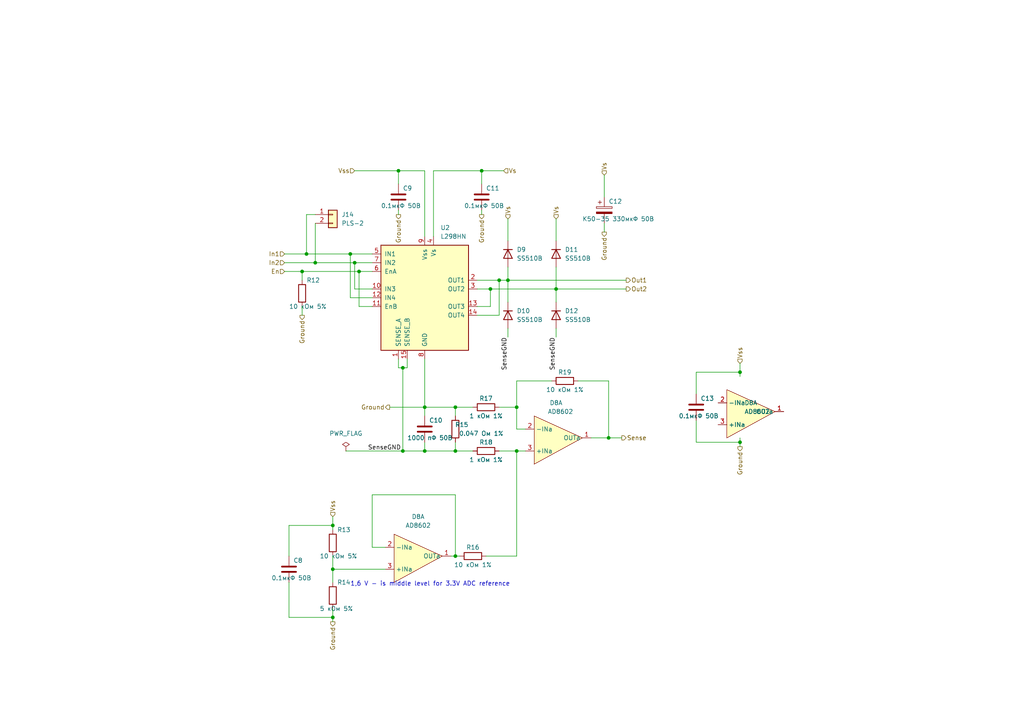
<source format=kicad_sch>
(kicad_sch (version 20211123) (generator eeschema)
  (paper "A4")
  (lib_symbols
    (symbol "Connector_Generic:Conn_01x02" (pin_names (offset 1.016) hide)
      (property "Reference" "J" (at 0 2.54 0))
      (property "Value" "Conn_01x02" (at 0 -5.08 0))
      (symbol "Conn_01x02_1_1"
        (rectangle (start -1.27 -2.413) (end 0 -2.667) (stroke (width 0.1524)))
        (rectangle (start -1.27 0.127) (end 0 -0.127) (stroke (width 0.1524)))
        (rectangle (start -1.27 1.27) (end 1.27 -3.81) (stroke (width 0.254)) (fill (type background)))
        (pin passive line (at -5.08 0 0) (length 3.81) (name "Pin_1") (number "1"))
        (pin passive line (at -5.08 -2.54 0) (length 3.81) (name "Pin_2") (number "2"))
      )
    )
    (symbol "Device:C" (pin_numbers hide) (pin_names (offset 0.254))
      (property "Reference" "C" (at 0.635 2.54 0))
      (property "Value" "C" (at 0.635 -2.54 0))
      (symbol "C_0_1"
        (polyline (pts (xy -2.032 -0.762) (xy 2.032 -0.762)) (stroke (width 0.508)))
        (polyline (pts (xy -2.032 0.762) (xy 2.032 0.762)) (stroke (width 0.508)))
      )
      (symbol "C_1_1"
        (pin passive line (at 0 3.81 270) (length 2.794) (name "~") (number "1"))
        (pin passive line (at 0 -3.81 90) (length 2.794) (name "~") (number "2"))
      )
    )
    (symbol "Device:C_Polarized" (pin_numbers hide) (pin_names (offset 0.254))
      (property "Reference" "C" (at 0.635 2.54 0))
      (property "Value" "C_Polarized" (at 0.635 -2.54 0))
      (symbol "C_Polarized_0_1"
        (rectangle (start -2.286 0.508) (end 2.286 1.016))
        (polyline (pts (xy -1.778 2.286) (xy -0.762 2.286)))
        (polyline (pts (xy -1.27 2.794) (xy -1.27 1.778)))
        (rectangle (start 2.286 -0.508) (end -2.286 -1.016) (fill (type outline)))
      )
      (symbol "C_Polarized_1_1"
        (pin passive line (at 0 3.81 270) (length 2.794) (name "~") (number "1"))
        (pin passive line (at 0 -3.81 90) (length 2.794) (name "~") (number "2"))
      )
    )
    (symbol "Device:D" (pin_numbers hide) (pin_names (offset 1.016) hide)
      (property "Reference" "D" (at 0 2.54 0))
      (property "Value" "D" (at 0 -2.54 0))
      (symbol "D_0_1"
        (polyline (pts (xy -1.27 1.27) (xy -1.27 -1.27)) (stroke (width 0.254)))
        (polyline (pts (xy 1.27 0) (xy -1.27 0)))
        (polyline (pts (xy 1.27 1.27) (xy 1.27 -1.27) (xy -1.27 0) (xy 1.27 1.27)) (stroke (width 0.254)))
      )
      (symbol "D_1_1"
        (pin passive line (at -3.81 0 0) (length 2.54) (name "K") (number "1"))
        (pin passive line (at 3.81 0 180) (length 2.54) (name "A") (number "2"))
      )
    )
    (symbol "Device:R" (pin_numbers hide) (pin_names (offset 0))
      (property "Reference" "R" (at 2.032 0 90))
      (property "Value" "R" (at 0 0 90))
      (symbol "R_0_1"
        (rectangle (start -1.016 -2.54) (end 1.016 2.54) (stroke (width 0.254)))
      )
      (symbol "R_1_1"
        (pin passive line (at 0 3.81 270) (length 1.27) (name "~") (number "1"))
        (pin passive line (at 0 -3.81 90) (length 1.27) (name "~") (number "2"))
      )
    )
    (symbol "Driver_Motor:L298HN" (pin_names (offset 1.016))
      (property "Reference" "U" (at -10.16 16.51 0))
      (property "Value" "L298HN" (at 12.7 16.51 0))
      (symbol "L298HN_0_1"
        (rectangle (start -12.7 15.24) (end 12.7 -15.24) (stroke (width 0.254)) (fill (type background)))
      )
      (symbol "L298HN_1_1"
        (pin power_in line (at -7.62 -17.78 90) (length 2.54) (name "SENSE_A") (number "1"))
        (pin input line (at -15.24 2.54 0) (length 2.54) (name "IN3") (number "10"))
        (pin input line (at -15.24 -2.54 0) (length 2.54) (name "EnB") (number "11"))
        (pin input line (at -15.24 0 0) (length 2.54) (name "IN4") (number "12"))
        (pin output line (at 15.24 -2.54 180) (length 2.54) (name "OUT3") (number "13"))
        (pin output line (at 15.24 -5.08 180) (length 2.54) (name "OUT4") (number "14"))
        (pin power_in line (at -5.08 -17.78 90) (length 2.54) (name "SENSE_B") (number "15"))
        (pin output line (at 15.24 5.08 180) (length 2.54) (name "OUT1") (number "2"))
        (pin output line (at 15.24 2.54 180) (length 2.54) (name "OUT2") (number "3"))
        (pin power_in line (at 2.54 17.78 270) (length 2.54) (name "Vs") (number "4"))
        (pin input line (at -15.24 12.7 0) (length 2.54) (name "IN1") (number "5"))
        (pin input line (at -15.24 7.62 0) (length 2.54) (name "EnA") (number "6"))
        (pin input line (at -15.24 10.16 0) (length 2.54) (name "IN2") (number "7"))
        (pin power_in line (at 0 -17.78 90) (length 2.54) (name "GND") (number "8"))
        (pin power_in line (at 0 17.78 270) (length 2.54) (name "Vss") (number "9"))
      )
    )
    (symbol "My_Library:AD8602"
      (property "Reference" "D" (at 12.7 13.97 0))
      (property "Value" "AD8602" (at 15.24 11.43 0))
      (symbol "AD8602_1_1"
        (polyline (pts (xy 0 0) (xy 0 13.97) (xy 13.97 7.62) (xy 0 0)) (fill (type background)))
        (pin output line (at 16.51 7.62 180) (length 2.54) (name "OUTa") (number "1"))
        (pin input line (at -2.54 10.16 0) (length 2.54) (name "-INa") (number "2"))
        (pin input line (at -2.54 3.81 0) (length 2.54) (name "+INa") (number "3"))
      )
      (symbol "AD8602_2_1"
        (polyline (pts (xy 0 0) (xy 0 13.97) (xy 13.97 7.62) (xy 0 0)) (fill (type background)))
        (pin input line (at -2.54 3.81 0) (length 2.54) (name "+INb") (number "5"))
        (pin input line (at -2.54 10.16 0) (length 2.54) (name "-INb") (number "6"))
        (pin output line (at 16.51 7.62 180) (length 2.54) (name "OUTb") (number "7"))
      )
      (symbol "AD8602_3_1"
        (pin power_in line (at 3.81 0 90) (length 2.54) (name "V-") (number "4"))
        (pin power_in line (at 3.81 17.78 270) (length 2.54) (name "V+") (number "8"))
      )
    )
    (symbol "power:PWR_FLAG" (power) (pin_numbers hide) (pin_names (offset 0) hide)
      (property "Value" "PWR_FLAG" (at 0 3.81 0))
      (symbol "PWR_FLAG_0_0"
        (pin power_out line (at 0 0 90) (length 0) (name "pwr") (number "1"))
      )
      (symbol "PWR_FLAG_0_1"
        (polyline (pts (xy 0 0) (xy 0 1.27) (xy -1.016 1.905) (xy 0 2.54) (xy 1.016 1.905) (xy 0 1.27)))
      )
    )
  )
  (junction (at 214.63 107.95))
  (junction (at 142.24 83.82))
  (junction (at 91.44 76.2))
  (junction (at 96.52 165.1))
  (junction (at 161.29 83.82))
  (junction (at 101.6 73.66))
  (junction (at 147.32 81.28))
  (junction (at 149.86 118.11))
  (junction (at 96.52 179.07))
  (junction (at 104.14 78.74))
  (junction (at 102.87 76.2))
  (junction (at 116.84 106.68))
  (junction (at 123.19 130.81))
  (junction (at 132.08 161.29))
  (junction (at 115.57 49.53))
  (junction (at 88.9 73.66))
  (junction (at 87.63 78.74))
  (junction (at 132.08 118.11))
  (junction (at 139.7 49.53))
  (junction (at 144.78 81.28))
  (junction (at 96.52 152.4))
  (junction (at 149.86 130.81))
  (junction (at 132.08 130.81))
  (junction (at 214.63 128.27))
  (junction (at 176.53 127))
  (junction (at 123.19 118.11))
  (junction (at 116.84 130.81))
  (wire (pts (xy 161.29 83.82) (xy 161.29 87.63)))
  (wire (pts (xy 111.76 158.75) (xy 107.95 158.75)))
  (wire (pts (xy 144.78 81.28) (xy 144.78 91.44)))
  (wire (pts (xy 161.29 83.82) (xy 181.61 83.82)))
  (wire (pts (xy 201.93 114.3) (xy 201.93 107.95)))
  (wire (pts (xy 96.52 165.1) (xy 96.52 168.91)))
  (wire (pts (xy 115.57 53.34) (xy 115.57 49.53)))
  (wire (pts (xy 132.08 128.27) (xy 132.08 130.81)))
  (wire (pts (xy 83.82 152.4) (xy 96.52 152.4)))
  (wire (pts (xy 123.19 104.14) (xy 123.19 118.11)))
  (wire (pts (xy 82.55 78.74) (xy 87.63 78.74)))
  (wire (pts (xy 96.52 179.07) (xy 96.52 180.34)))
  (wire (pts (xy 88.9 73.66) (xy 101.6 73.66)))
  (wire (pts (xy 147.32 63.5) (xy 147.32 69.85)))
  (wire (pts (xy 115.57 49.53) (xy 123.19 49.53)))
  (wire (pts (xy 83.82 161.29) (xy 83.82 152.4)))
  (wire (pts (xy 161.29 95.25) (xy 161.29 97.79)))
  (wire (pts (xy 100.33 130.81) (xy 116.84 130.81)))
  (wire (pts (xy 132.08 161.29) (xy 133.35 161.29)))
  (wire (pts (xy 123.19 49.53) (xy 123.19 68.58)))
  (wire (pts (xy 87.63 78.74) (xy 87.63 81.28)))
  (wire (pts (xy 118.11 104.14) (xy 118.11 106.68)))
  (wire (pts (xy 161.29 77.47) (xy 161.29 83.82)))
  (wire (pts (xy 96.52 165.1) (xy 111.76 165.1)))
  (wire (pts (xy 142.24 83.82) (xy 161.29 83.82)))
  (wire (pts (xy 161.29 63.5) (xy 161.29 69.85)))
  (wire (pts (xy 104.14 88.9) (xy 107.95 88.9)))
  (wire (pts (xy 144.78 91.44) (xy 138.43 91.44)))
  (wire (pts (xy 82.55 76.2) (xy 91.44 76.2)))
  (wire (pts (xy 139.7 60.96) (xy 139.7 62.23)))
  (wire (pts (xy 214.63 107.95) (xy 214.63 109.22)))
  (wire (pts (xy 116.84 106.68) (xy 118.11 106.68)))
  (wire (pts (xy 96.52 149.86) (xy 96.52 152.4)))
  (wire (pts (xy 176.53 127) (xy 180.34 127)))
  (wire (pts (xy 107.95 76.2) (xy 102.87 76.2)))
  (wire (pts (xy 102.87 83.82) (xy 107.95 83.82)))
  (wire (pts (xy 167.64 110.49) (xy 176.53 110.49)))
  (wire (pts (xy 125.73 49.53) (xy 139.7 49.53)))
  (wire (pts (xy 149.86 110.49) (xy 149.86 118.11)))
  (wire (pts (xy 147.32 77.47) (xy 147.32 81.28)))
  (wire (pts (xy 116.84 130.81) (xy 123.19 130.81)))
  (wire (pts (xy 107.95 73.66) (xy 101.6 73.66)))
  (wire (pts (xy 123.19 130.81) (xy 132.08 130.81)))
  (wire (pts (xy 201.93 121.92) (xy 201.93 128.27)))
  (wire (pts (xy 91.44 62.23) (xy 88.9 62.23)))
  (wire (pts (xy 125.73 49.53) (xy 125.73 68.58)))
  (wire (pts (xy 175.26 50.8) (xy 175.26 57.15)))
  (wire (pts (xy 87.63 88.9) (xy 87.63 91.44)))
  (wire (pts (xy 149.86 124.46) (xy 152.4 124.46)))
  (wire (pts (xy 144.78 81.28) (xy 147.32 81.28)))
  (wire (pts (xy 88.9 62.23) (xy 88.9 73.66)))
  (wire (pts (xy 142.24 83.82) (xy 142.24 88.9)))
  (wire (pts (xy 149.86 118.11) (xy 149.86 124.46)))
  (wire (pts (xy 87.63 78.74) (xy 104.14 78.74)))
  (wire (pts (xy 115.57 104.14) (xy 115.57 106.68)))
  (wire (pts (xy 214.63 128.27) (xy 214.63 129.54)))
  (wire (pts (xy 116.84 130.81) (xy 116.84 106.68)))
  (wire (pts (xy 104.14 78.74) (xy 104.14 88.9)))
  (wire (pts (xy 102.87 76.2) (xy 102.87 83.82)))
  (wire (pts (xy 140.97 161.29) (xy 149.86 161.29)))
  (wire (pts (xy 147.32 95.25) (xy 147.32 97.79)))
  (wire (pts (xy 107.95 143.51) (xy 132.08 143.51)))
  (wire (pts (xy 144.78 118.11) (xy 149.86 118.11)))
  (wire (pts (xy 142.24 88.9) (xy 138.43 88.9)))
  (wire (pts (xy 115.57 106.68) (xy 116.84 106.68)))
  (wire (pts (xy 201.93 128.27) (xy 214.63 128.27)))
  (wire (pts (xy 83.82 168.91) (xy 83.82 179.07)))
  (wire (pts (xy 139.7 49.53) (xy 146.05 49.53)))
  (wire (pts (xy 147.32 81.28) (xy 181.61 81.28)))
  (wire (pts (xy 115.57 60.96) (xy 115.57 62.23)))
  (wire (pts (xy 132.08 143.51) (xy 132.08 161.29)))
  (wire (pts (xy 149.86 161.29) (xy 149.86 130.81)))
  (wire (pts (xy 91.44 64.77) (xy 91.44 76.2)))
  (wire (pts (xy 123.19 118.11) (xy 132.08 118.11)))
  (wire (pts (xy 132.08 118.11) (xy 132.08 120.65)))
  (wire (pts (xy 175.26 64.77) (xy 175.26 67.31)))
  (wire (pts (xy 123.19 128.27) (xy 123.19 130.81)))
  (wire (pts (xy 160.02 110.49) (xy 149.86 110.49)))
  (wire (pts (xy 132.08 118.11) (xy 137.16 118.11)))
  (wire (pts (xy 96.52 176.53) (xy 96.52 179.07)))
  (wire (pts (xy 147.32 81.28) (xy 147.32 87.63)))
  (wire (pts (xy 107.95 78.74) (xy 104.14 78.74)))
  (wire (pts (xy 214.63 105.41) (xy 214.63 107.95)))
  (wire (pts (xy 144.78 130.81) (xy 149.86 130.81)))
  (wire (pts (xy 101.6 86.36) (xy 107.95 86.36)))
  (wire (pts (xy 123.19 118.11) (xy 123.19 120.65)))
  (wire (pts (xy 91.44 76.2) (xy 102.87 76.2)))
  (wire (pts (xy 101.6 73.66) (xy 101.6 86.36)))
  (wire (pts (xy 83.82 179.07) (xy 96.52 179.07)))
  (wire (pts (xy 176.53 110.49) (xy 176.53 127)))
  (wire (pts (xy 113.03 118.11) (xy 123.19 118.11)))
  (wire (pts (xy 214.63 127) (xy 214.63 128.27)))
  (wire (pts (xy 139.7 53.34) (xy 139.7 49.53)))
  (wire (pts (xy 96.52 152.4) (xy 96.52 153.67)))
  (wire (pts (xy 176.53 127) (xy 171.45 127)))
  (wire (pts (xy 149.86 130.81) (xy 152.4 130.81)))
  (wire (pts (xy 201.93 107.95) (xy 214.63 107.95)))
  (wire (pts (xy 102.87 49.53) (xy 115.57 49.53)))
  (wire (pts (xy 96.52 161.29) (xy 96.52 165.1)))
  (wire (pts (xy 130.81 161.29) (xy 132.08 161.29)))
  (wire (pts (xy 132.08 130.81) (xy 137.16 130.81)))
  (wire (pts (xy 138.43 81.28) (xy 144.78 81.28)))
  (wire (pts (xy 107.95 158.75) (xy 107.95 143.51)))
  (wire (pts (xy 82.55 73.66) (xy 88.9 73.66)))
  (wire (pts (xy 138.43 83.82) (xy 142.24 83.82)))
  (text "1,6 V - is middle level for 3.3V ADC reference" (at 101.6 170.18 0) (effects (font (size 1.27 1.27)) (justify left bottom)))
  (label "SenseGND" (at 106.68 130.81 0))
  (label "SenseGND" (at 147.32 97.79 270))
  (label "SenseGND" (at 161.29 97.79 270))
  (hierarchical_label "Out1" (shape output) (at 181.61 81.28 0))
  (hierarchical_label "En" (shape input) (at 82.55 78.74 180))
  (hierarchical_label "Out2" (shape output) (at 181.61 83.82 0))
  (hierarchical_label "Vss" (shape input) (at 102.87 49.53 180))
  (hierarchical_label "Ground" (shape output) (at 96.52 180.34 270))
  (hierarchical_label "Ground" (shape output) (at 175.26 67.31 270))
  (hierarchical_label "Vs" (shape input) (at 161.29 63.5 90))
  (hierarchical_label "Ground" (shape output) (at 87.63 91.44 270))
  (hierarchical_label "Vs" (shape input) (at 175.26 50.8 90))
  (hierarchical_label "Ground" (shape output) (at 113.03 118.11 180))
  (hierarchical_label "In1" (shape input) (at 82.55 73.66 180))
  (hierarchical_label "Ground" (shape output) (at 139.7 62.23 270))
  (hierarchical_label "In2" (shape input) (at 82.55 76.2 180))
  (hierarchical_label "Vss" (shape input) (at 96.52 149.86 90))
  (hierarchical_label "Ground" (shape output) (at 214.63 129.54 270))
  (hierarchical_label "Vss" (shape input) (at 214.63 105.41 90))
  (hierarchical_label "Vs" (shape input) (at 147.32 63.5 90))
  (hierarchical_label "Ground" (shape output) (at 115.57 62.23 270))
  (hierarchical_label "Sense" (shape output) (at 180.34 127 0))
  (hierarchical_label "Vs" (shape input) (at 146.05 49.53 0))
  (symbol (lib_id "Device:R") (at 163.83 110.49 90)
    (property "Reference" "R19" (at 163.83 107.95 90))
    (property "Value" "10 кОм 1%" (at 163.83 113.03 90))
    (property "Footprint" "Resistor_SMD:R_0603_1608Metric" (effects hide))
  )
  (symbol (lib_id "Device:R") (at 137.16 161.29 90)
    (property "Reference" "R16" (at 137.16 158.75 90))
    (property "Value" "10 кОм 1%" (at 137.16 163.83 90))
    (property "Footprint" "Resistor_SMD:R_0603_1608Metric" (effects hide))
  )
  (symbol (lib_id "My_Library:AD8602") (at 210.82 127 0)
    (property "Reference" "D8" (at 215.9 116.8399 0) (effects (justify left)))
    (property "Value" "AD8602" (at 215.9 119.3799 0) (effects (justify left)))
    (property "Footprint" "Package_SO:SOIC-8_3.9x4.9mm_P1.27mm" (effects hide))
  )
  (symbol (lib_id "Device:R") (at 96.52 172.72 0)
    (property "Reference" "R14" (at 97.79 168.91 0) (effects (justify left)))
    (property "Value" "5 кОм 5%" (at 92.71 176.53 0) (effects (justify left)))
    (property "Footprint" "Resistor_SMD:R_0603_1608Metric" (effects hide))
  )
  (symbol (lib_id "Device:C") (at 201.93 118.11 0)
    (property "Reference" "C13" (at 203.2 115.57 0) (effects (justify left)))
    (property "Value" "0.1мкФ 50В" (at 196.85 120.65 0) (effects (justify left)))
    (property "Footprint" "Capacitor_SMD:C_0603_1608Metric" (effects hide))
  )
  (symbol (lib_id "Device:C") (at 139.7 57.15 0)
    (property "Reference" "C11" (at 140.97 54.61 0) (effects (justify left)))
    (property "Value" "0.1мкФ 50В" (at 134.62 59.69 0) (effects (justify left)))
    (property "Footprint" "Capacitor_SMD:C_0603_1608Metric" (effects hide))
  )
  (symbol (lib_id "Device:D") (at 161.29 73.66 270)
    (property "Reference" "D11" (at 163.83 72.3899 90) (effects (justify left)))
    (property "Value" "SS510B" (at 163.83 74.9299 90) (effects (justify left)))
    (property "Footprint" "Diode_SMD:D_SMB" (effects hide))
  )
  (symbol (lib_id "Device:R") (at 96.52 157.48 0)
    (property "Reference" "R13" (at 97.79 153.67 0) (effects (justify left)))
    (property "Value" "10 кОм 5%" (at 92.71 161.29 0) (effects (justify left)))
    (property "Footprint" "Resistor_SMD:R_0603_1608Metric" (effects hide))
  )
  (symbol (lib_id "My_Library:AD8602") (at 154.94 134.62 0)
    (property "Reference" "D8" (at 161.29 116.84 0))
    (property "Value" "AD8602" (at 162.56 119.38 0))
    (property "Footprint" "Package_SO:SOIC-8_3.9x4.9mm_P1.27mm" (effects hide))
  )
  (symbol (lib_id "Device:C_Polarized") (at 175.26 60.96 0)
    (property "Reference" "C12" (at 176.53 58.42 0) (effects (justify left)))
    (property "Value" "К50-35 330мкФ 50В" (at 168.91 63.5 0) (effects (justify left)))
    (property "Footprint" "Capacitor_THT:CP_Radial_D10.0mm_P5.00mm" (effects hide))
  )
  (symbol (lib_id "Device:D") (at 147.32 73.66 270)
    (property "Reference" "D9" (at 149.86 72.3899 90) (effects (justify left)))
    (property "Value" "SS510B" (at 149.86 74.9299 90) (effects (justify left)))
    (property "Footprint" "Diode_SMD:D_SMB" (effects hide))
  )
  (symbol (lib_id "My_Library:AD8602") (at 114.3 168.91 0)
    (property "Reference" "D8" (at 121.285 149.86 0))
    (property "Value" "AD8602" (at 121.285 152.4 0))
    (property "Footprint" "Package_SO:SOIC-8_3.9x4.9mm_P1.27mm" (effects hide))
  )
  (symbol (lib_id "Driver_Motor:L298HN") (at 123.19 86.36 0)
    (property "Reference" "U2" (at 127.7494 66.04 0) (effects (justify left)))
    (property "Value" "L298HN" (at 127.7494 68.58 0) (effects (justify left)))
    (property "Footprint" "Package_TO_SOT_THT:TO-220-15_P2.54x2.54mm_StaggerOdd_Lead4.58mm_Vertical" (effects hide))
    (property "Datasheet" "http://www.st.com/st-web-ui/static/active/en/resource/technical/document/datasheet/CD00000240.pdf" (effects hide))
  )
  (symbol (lib_id "Device:R") (at 140.97 118.11 90)
    (property "Reference" "R17" (at 140.97 115.57 90))
    (property "Value" "1 кОм 1%" (at 140.97 120.65 90))
    (property "Footprint" "Resistor_SMD:R_0603_1608Metric" (effects hide))
  )
  (symbol (lib_id "Device:D") (at 147.32 91.44 270)
    (property "Reference" "D10" (at 149.86 90.1699 90) (effects (justify left)))
    (property "Value" "SS510B" (at 149.86 92.7099 90) (effects (justify left)))
    (property "Footprint" "Diode_SMD:D_SMB" (effects hide))
  )
  (symbol (lib_id "power:PWR_FLAG") (at 100.33 130.81 0)
    (property "Reference" "#FLG05" (effects hide))
    (property "Value" "PWR_FLAG" (at 100.33 125.73 0))
  )
  (symbol (lib_id "Device:R") (at 87.63 85.09 0)
    (property "Reference" "R12" (at 88.9 81.28 0) (effects (justify left)))
    (property "Value" "10 кОм 5%" (at 83.82 88.9 0) (effects (justify left)))
    (property "Footprint" "Resistor_SMD:R_0603_1608Metric" (effects hide))
  )
  (symbol (lib_id "Device:R") (at 140.97 130.81 90)
    (property "Reference" "R18" (at 140.97 128.27 90))
    (property "Value" "1 кОм 1%" (at 140.97 133.35 90))
    (property "Footprint" "Resistor_SMD:R_0603_1608Metric" (effects hide))
  )
  (symbol (lib_id "Connector_Generic:Conn_01x02") (at 96.52 62.23 0)
    (property "Reference" "J14" (at 99.06 62.2299 0) (effects (justify left)))
    (property "Value" "PLS-2" (at 99.06 64.7699 0) (effects (justify left)))
    (property "Footprint" "Connector_PinHeader_2.54mm:PinHeader_1x02_P2.54mm_Vertical" (effects hide))
  )
  (symbol (lib_id "Device:R") (at 132.08 124.46 180)
    (property "Reference" "R15" (at 135.89 123.19 0) (effects (justify left)))
    (property "Value" "0.047 Ом 1%" (at 146.05 125.73 0) (effects (justify left)))
    (property "Footprint" "Resistor_SMD:R_2512_6332Metric" (effects hide))
  )
  (symbol (lib_id "Device:D") (at 161.29 91.44 270)
    (property "Reference" "D12" (at 163.83 90.1699 90) (effects (justify left)))
    (property "Value" "SS510B" (at 163.83 92.7099 90) (effects (justify left)))
    (property "Footprint" "Diode_SMD:D_SMB" (effects hide))
  )
  (symbol (lib_id "Device:C") (at 115.57 57.15 0)
    (property "Reference" "C9" (at 116.84 54.61 0) (effects (justify left)))
    (property "Value" "0.1мкФ 50В" (at 110.49 59.69 0) (effects (justify left)))
    (property "Footprint" "Capacitor_SMD:C_0603_1608Metric" (effects hide))
  )
  (symbol (lib_id "Device:C") (at 123.19 124.46 0)
    (property "Reference" "C10" (at 124.46 121.92 0) (effects (justify left)))
    (property "Value" "1000 пФ 50В" (at 118.11 127 0) (effects (justify left)))
    (property "Footprint" "Capacitor_SMD:C_0603_1608Metric" (effects hide))
  )
  (symbol (lib_id "Device:C") (at 83.82 165.1 0)
    (property "Reference" "C8" (at 85.09 162.56 0) (effects (justify left)))
    (property "Value" "0.1мкФ 50В" (at 78.74 167.64 0) (effects (justify left)))
    (property "Footprint" "Capacitor_SMD:C_0603_1608Metric" (effects hide))
  )
)
</source>
